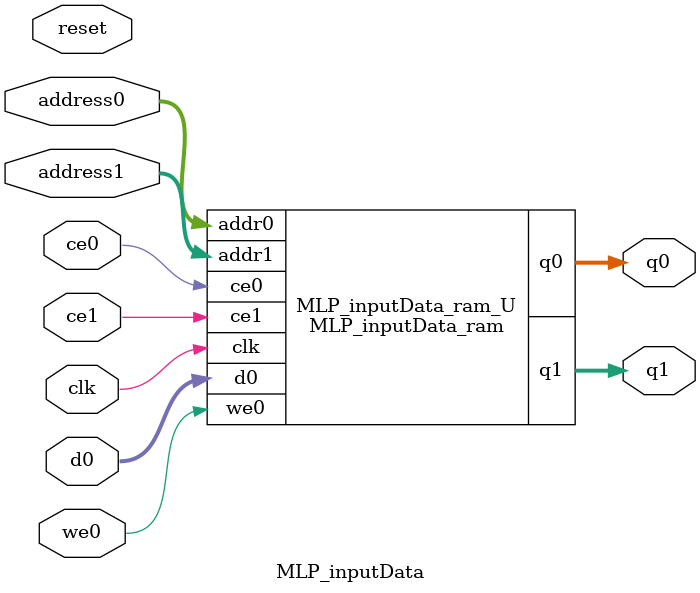
<source format=v>
`timescale 1 ns / 1 ps
module MLP_inputData_ram (addr0, ce0, d0, we0, q0, addr1, ce1, q1,  clk);

parameter DWIDTH = 32;
parameter AWIDTH = 5;
parameter MEM_SIZE = 32;

input[AWIDTH-1:0] addr0;
input ce0;
input[DWIDTH-1:0] d0;
input we0;
output reg[DWIDTH-1:0] q0;
input[AWIDTH-1:0] addr1;
input ce1;
output reg[DWIDTH-1:0] q1;
input clk;

(* ram_style = "block" *)reg [DWIDTH-1:0] ram[0:MEM_SIZE-1];




always @(posedge clk)  
begin 
    if (ce0) begin
        if (we0) 
            ram[addr0] <= d0; 
        q0 <= ram[addr0];
    end
end


always @(posedge clk)  
begin 
    if (ce1) begin
        q1 <= ram[addr1];
    end
end


endmodule

`timescale 1 ns / 1 ps
module MLP_inputData(
    reset,
    clk,
    address0,
    ce0,
    we0,
    d0,
    q0,
    address1,
    ce1,
    q1);

parameter DataWidth = 32'd32;
parameter AddressRange = 32'd32;
parameter AddressWidth = 32'd5;
input reset;
input clk;
input[AddressWidth - 1:0] address0;
input ce0;
input we0;
input[DataWidth - 1:0] d0;
output[DataWidth - 1:0] q0;
input[AddressWidth - 1:0] address1;
input ce1;
output[DataWidth - 1:0] q1;



MLP_inputData_ram MLP_inputData_ram_U(
    .clk( clk ),
    .addr0( address0 ),
    .ce0( ce0 ),
    .we0( we0 ),
    .d0( d0 ),
    .q0( q0 ),
    .addr1( address1 ),
    .ce1( ce1 ),
    .q1( q1 ));

endmodule


</source>
